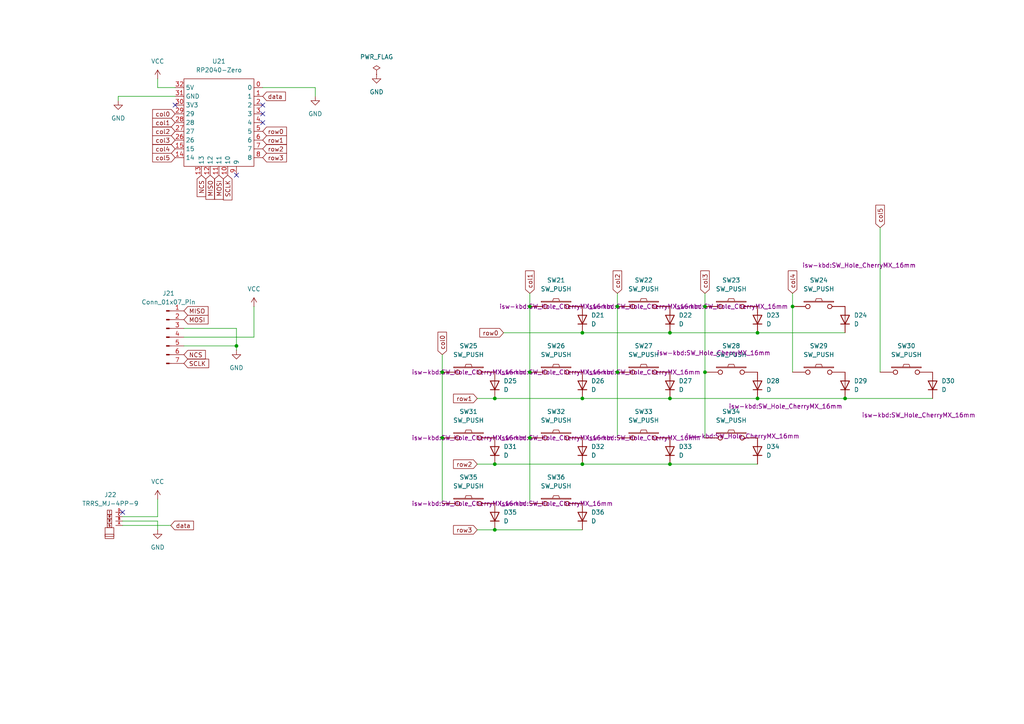
<source format=kicad_sch>
(kicad_sch (version 20250114) (generator "eeschema") (generator_version "9.0")
  (paper "A4")
  (lib_symbols
    (symbol "Connector:Conn_01x07_Pin" (pin_names (offset 1.016) (hide yes))
      (property "Reference" "J" (at 0 10.16 0))
      (property "Value" "Conn_01x07_Pin" (at 0 -10.16 0))
      (symbol "Conn_01x07_Pin_1_1"
        (rectangle (start 0.8636 7.747) (end 0 7.493) (stroke (width 0.1524)) (fill (type outline)))
        (rectangle (start 0.8636 5.207) (end 0 4.953) (stroke (width 0.1524)) (fill (type outline)))
        (rectangle (start 0.8636 2.667) (end 0 2.413) (stroke (width 0.1524)) (fill (type outline)))
        (rectangle (start 0.8636 0.127) (end 0 -0.127) (stroke (width 0.1524)) (fill (type outline)))
        (rectangle (start 0.8636 -2.413) (end 0 -2.667) (stroke (width 0.1524)) (fill (type outline)))
        (rectangle (start 0.8636 -4.953) (end 0 -5.207) (stroke (width 0.1524)) (fill (type outline)))
        (rectangle (start 0.8636 -7.493) (end 0 -7.747) (stroke (width 0.1524)) (fill (type outline)))
        (polyline (pts (xy 1.27 7.62) (xy 0.8636 7.62)) (stroke (width 0.1524)))
        (polyline (pts (xy 1.27 5.08) (xy 0.8636 5.08)) (stroke (width 0.1524)))
        (polyline (pts (xy 1.27 2.54) (xy 0.8636 2.54)) (stroke (width 0.1524)))
        (polyline (pts (xy 1.27 0) (xy 0.8636 0)) (stroke (width 0.1524)))
        (polyline (pts (xy 1.27 -2.54) (xy 0.8636 -2.54)) (stroke (width 0.1524)))
        (polyline (pts (xy 1.27 -5.08) (xy 0.8636 -5.08)) (stroke (width 0.1524)))
        (polyline (pts (xy 1.27 -7.62) (xy 0.8636 -7.62)) (stroke (width 0.1524)))
        (pin passive line (at 5.08 7.62 180) (length 3.81) (name "Pin_1") (number "1"))
        (pin passive line (at 5.08 5.08 180) (length 3.81) (name "Pin_2") (number "2"))
        (pin passive line (at 5.08 2.54 180) (length 3.81) (name "Pin_3") (number "3"))
        (pin passive line (at 5.08 0 180) (length 3.81) (name "Pin_4") (number "4"))
        (pin passive line (at 5.08 -2.54 180) (length 3.81) (name "Pin_5") (number "5"))
        (pin passive line (at 5.08 -5.08 180) (length 3.81) (name "Pin_6") (number "6"))
        (pin passive line (at 5.08 -7.62 180) (length 3.81) (name "Pin_7") (number "7"))
      )
    )
    (symbol "Device:D" (pin_numbers (hide yes)) (pin_names (offset 1.016) (hide yes))
      (property "Reference" "D" (at 0 2.54 0))
      (property "Value" "D" (at 0 -2.54 0))
      (symbol "D_0_1"
        (polyline (pts (xy -1.27 1.27) (xy -1.27 -1.27)) (stroke (width 0.254)))
        (polyline (pts (xy 1.27 1.27) (xy 1.27 -1.27) (xy -1.27 0) (xy 1.27 1.27)) (stroke (width 0.254)))
        (polyline (pts (xy 1.27 0) (xy -1.27 0)))
      )
      (symbol "D_1_1"
        (pin passive line (at -3.81 0 0) (length 2.54) (name "K") (number "1"))
        (pin passive line (at 3.81 0 180) (length 2.54) (name "A") (number "2"))
      )
    )
    (symbol "Salicylic_kbd:TRRS_MJ-4PP-9" (pin_names (offset 1.016))
      (property "Reference" "J" (at 0 5.08 0))
      (property "Value" "TRRS_MJ-4PP-9" (at 0 -6.985 0))
      (symbol "TRRS_MJ-4PP-9_0_0"
        (text "T" (at 0 2.54 0) (effects (font (size 0.6096 0.6096))))
        (text "R" (at 0 1.27 0) (effects (font (size 0.6096 0.6096))))
        (text "R" (at 0 0 0) (effects (font (size 0.6096 0.6096))))
        (text "S" (at 0 -1.27 0) (effects (font (size 0.6096 0.6096))))
      )
      (symbol "TRRS_MJ-4PP-9_0_1"
        (rectangle (start -1.27 -1.905) (end 1.27 -5.08))
        (rectangle (start -1.27 -3.81) (end 1.27 -4.445))
        (rectangle (start -0.635 3.175) (end 0.635 1.905))
        (rectangle (start -0.635 1.905) (end 0.635 0.635))
        (rectangle (start -0.635 0.635) (end 0.635 -0.635))
        (rectangle (start -0.635 -0.635) (end 0.635 -1.905))
      )
      (symbol "TRRS_MJ-4PP-9_1_1"
        (pin input line (at 3.81 2.54 180) (length 2.0066) (name "~") (number "D"))
        (pin input line (at 3.81 1.27 180) (length 2.0066) (name "~") (number "C"))
        (pin input line (at 3.81 0 180) (length 2.0066) (name "~") (number "B"))
        (pin input line (at 3.81 -1.27 180) (length 2.0066) (name "~") (number "A"))
      )
    )
    (symbol "isw-mcu:RP2040-Zero"
      (property "Reference" "U" (at 0 17.78 0))
      (property "Value" "RP2040-Zero" (at 0 15.24 0))
      (symbol "RP2040-Zero_0_1"
        (rectangle (start -10.16 12.7) (end 10.16 -12.7))
      )
      (symbol "RP2040-Zero_1_1"
        (pin power_out line (at -12.7 10.16 0) (length 2.54) (name "5V") (number "32"))
        (pin power_in line (at -12.7 7.62 0) (length 2.54) (name "GND") (number "31"))
        (pin power_out line (at -12.7 5.08 0) (length 2.54) (name "3V3") (number "30"))
        (pin bidirectional line (at -12.7 2.54 0) (length 2.54) (name "29") (number "29"))
        (pin bidirectional line (at -12.7 0 0) (length 2.54) (name "28") (number "28"))
        (pin bidirectional line (at -12.7 -2.54 0) (length 2.54) (name "27") (number "27"))
        (pin bidirectional line (at -12.7 -5.08 0) (length 2.54) (name "26") (number "26"))
        (pin bidirectional line (at -12.7 -7.62 0) (length 2.54) (name "15") (number "15"))
        (pin bidirectional line (at -12.7 -10.16 0) (length 2.54) (name "14") (number "14"))
        (pin bidirectional line (at -5.08 -15.24 90) (length 2.54) (name "13") (number "13"))
        (pin bidirectional line (at -2.54 -15.24 90) (length 2.54) (name "12") (number "12"))
        (pin bidirectional line (at 0 -15.24 90) (length 2.54) (name "11") (number "11"))
        (pin bidirectional line (at 2.54 -15.24 90) (length 2.54) (name "10") (number "10"))
        (pin bidirectional line (at 5.08 -15.24 90) (length 2.54) (name "9") (number "9"))
        (pin tri_state line (at 12.7 10.16 180) (length 2.54) (name "0") (number "0"))
        (pin bidirectional line (at 12.7 7.62 180) (length 2.54) (name "1") (number "1"))
        (pin bidirectional line (at 12.7 5.08 180) (length 2.54) (name "2") (number "2"))
        (pin bidirectional line (at 12.7 2.54 180) (length 2.54) (name "3") (number "3"))
        (pin bidirectional line (at 12.7 0 180) (length 2.54) (name "4") (number "4"))
        (pin bidirectional line (at 12.7 -2.54 180) (length 2.54) (name "5") (number "5"))
        (pin bidirectional line (at 12.7 -5.08 180) (length 2.54) (name "6") (number "6"))
        (pin bidirectional line (at 12.7 -7.62 180) (length 2.54) (name "7") (number "7"))
        (pin bidirectional line (at 12.7 -10.16 180) (length 2.54) (name "8") (number "8"))
      )
    )
    (symbol "kbd:SW_PUSH" (pin_numbers (hide yes)) (pin_names (offset 1.016) (hide yes))
      (property "Reference" "SW" (at 3.81 2.794 0))
      (property "Value" "SW_PUSH" (at 0 -2.032 0))
      (symbol "SW_PUSH_0_1"
        (rectangle (start -4.318 1.27) (end 4.318 1.524))
        (polyline (pts (xy -1.016 1.524) (xy -0.762 2.286) (xy 0.762 2.286) (xy 1.016 1.524)))
        (pin passive inverted (at -7.62 0 0) (length 5.08) (name "1") (number "1"))
        (pin passive inverted (at 7.62 0 180) (length 5.08) (name "2") (number "2"))
      )
    )
    (symbol "power:GND" (power) (pin_numbers (hide yes)) (pin_names (offset 0) (hide yes))
      (property "Value" "GND" (at 0 -3.81 0))
      (symbol "GND_0_1"
        (polyline (pts (xy 0 0) (xy 0 -1.27) (xy 1.27 -1.27) (xy 0 -2.54) (xy -1.27 -1.27) (xy 0 -1.27)))
      )
      (symbol "GND_1_1"
        (pin power_in line (at 0 0 270) (length 0) (name "~") (number "1"))
      )
    )
    (symbol "power:PWR_FLAG" (power) (pin_numbers (hide yes)) (pin_names (offset 0) (hide yes))
      (property "Value" "PWR_FLAG" (at 0 3.81 0))
      (symbol "PWR_FLAG_0_0"
        (pin power_out line (at 0 0 90) (length 0) (name "~") (number "1"))
      )
      (symbol "PWR_FLAG_0_1"
        (polyline (pts (xy 0 0) (xy 0 1.27) (xy -1.016 1.905) (xy 0 2.54) (xy 1.016 1.905) (xy 0 1.27)))
      )
    )
    (symbol "power:VCC" (power) (pin_numbers (hide yes)) (pin_names (offset 0) (hide yes))
      (property "Value" "VCC" (at 0 3.556 0))
      (symbol "VCC_0_1"
        (polyline (pts (xy -0.762 1.27) (xy 0 2.54)))
        (polyline (pts (xy 0 2.54) (xy 0.762 1.27)))
        (polyline (pts (xy 0 0) (xy 0 2.54)))
      )
      (symbol "VCC_1_1"
        (pin power_in line (at 0 0 90) (length 0) (name "~") (number "1"))
      )
    )
  )
  (junction (at 153.67 107.95))
  (junction (at 179.07 107.95))
  (junction (at 143.51 153.67))
  (junction (at 219.71 96.52))
  (junction (at 168.91 96.52))
  (junction (at 153.67 88.9))
  (junction (at 204.47 88.9))
  (junction (at 168.91 134.62))
  (junction (at 194.31 115.57))
  (junction (at 143.51 134.62))
  (junction (at 219.71 115.57))
  (junction (at 128.27 107.95))
  (junction (at 204.47 107.95))
  (junction (at 245.11 115.57))
  (junction (at 143.51 115.57))
  (junction (at 128.27 127))
  (junction (at 153.67 127))
  (junction (at 194.31 134.62))
  (junction (at 179.07 88.9))
  (junction (at 68.58 100.33))
  (junction (at 168.91 115.57))
  (junction (at 229.87 88.9))
  (junction (at 194.31 96.52))
  (no_connect (at 76.2 33.02))
  (no_connect (at 50.8 30.48))
  (no_connect (at 76.2 35.56))
  (no_connect (at 76.2 30.48))
  (no_connect (at 68.58 50.8))
  (no_connect (at 35.56 148.59))
  (wire (pts (xy 194.31 115.57) (xy 219.71 115.57)))
  (wire (pts (xy 45.72 151.13) (xy 45.72 153.67)))
  (wire (pts (xy 50.8 25.4) (xy 45.72 25.4)))
  (wire (pts (xy 91.44 25.4) (xy 91.44 27.94)))
  (wire (pts (xy 45.72 149.86) (xy 45.72 144.78)))
  (wire (pts (xy 53.34 95.25) (xy 68.58 95.25)))
  (wire (pts (xy 179.07 88.9) (xy 179.07 107.95)))
  (wire (pts (xy 128.27 107.95) (xy 128.27 127)))
  (wire (pts (xy 219.71 115.57) (xy 245.11 115.57)))
  (wire (pts (xy 146.05 96.52) (xy 168.91 96.52)))
  (wire (pts (xy 194.31 134.62) (xy 219.71 134.62)))
  (wire (pts (xy 128.27 127) (xy 128.27 146.05)))
  (wire (pts (xy 35.56 149.86) (xy 45.72 149.86)))
  (wire (pts (xy 229.87 85.09) (xy 229.87 88.9)))
  (wire (pts (xy 138.43 115.57) (xy 143.51 115.57)))
  (wire (pts (xy 53.34 100.33) (xy 68.58 100.33)))
  (wire (pts (xy 143.51 134.62) (xy 168.91 134.62)))
  (wire (pts (xy 179.07 107.95) (xy 179.07 127)))
  (wire (pts (xy 128.27 102.87) (xy 128.27 107.95)))
  (wire (pts (xy 204.47 88.9) (xy 204.47 107.95)))
  (wire (pts (xy 35.56 152.4) (xy 49.53 152.4)))
  (wire (pts (xy 35.56 151.13) (xy 45.72 151.13)))
  (wire (pts (xy 168.91 134.62) (xy 194.31 134.62)))
  (wire (pts (xy 179.07 85.09) (xy 179.07 88.9)))
  (wire (pts (xy 168.91 115.57) (xy 194.31 115.57)))
  (wire (pts (xy 143.51 153.67) (xy 168.91 153.67)))
  (wire (pts (xy 45.72 25.4) (xy 45.72 22.86)))
  (wire (pts (xy 168.91 96.52) (xy 194.31 96.52)))
  (wire (pts (xy 204.47 107.95) (xy 204.47 127)))
  (wire (pts (xy 219.71 96.52) (xy 245.11 96.52)))
  (wire (pts (xy 204.47 85.09) (xy 204.47 88.9)))
  (wire (pts (xy 68.58 95.25) (xy 68.58 100.33)))
  (wire (pts (xy 153.67 107.95) (xy 153.67 127)))
  (wire (pts (xy 138.43 134.62) (xy 143.51 134.62)))
  (wire (pts (xy 229.87 88.9) (xy 229.87 107.95)))
  (wire (pts (xy 153.67 127) (xy 153.67 146.05)))
  (wire (pts (xy 53.34 97.79) (xy 73.66 97.79)))
  (wire (pts (xy 68.58 100.33) (xy 68.58 101.6)))
  (wire (pts (xy 34.29 27.94) (xy 50.8 27.94)))
  (wire (pts (xy 76.2 25.4) (xy 91.44 25.4)))
  (wire (pts (xy 153.67 85.09) (xy 153.67 88.9)))
  (wire (pts (xy 138.43 153.67) (xy 143.51 153.67)))
  (wire (pts (xy 143.51 115.57) (xy 168.91 115.57)))
  (wire (pts (xy 73.66 97.79) (xy 73.66 88.9)))
  (wire (pts (xy 255.27 66.04) (xy 255.27 107.95)))
  (wire (pts (xy 34.29 27.94) (xy 34.29 29.21)))
  (wire (pts (xy 194.31 96.52) (xy 219.71 96.52)))
  (wire (pts (xy 245.11 115.57) (xy 270.51 115.57)))
  (wire (pts (xy 153.67 88.9) (xy 153.67 107.95)))
  (global_label "col0" (shape input) (at 128.27 102.87 90) (property "Intersheetrefs" "${INTERSHEET_REFS}" (effects (hide yes))))
  (global_label "data" (shape input) (at 49.53 152.4 0) (property "Intersheetrefs" "${INTERSHEET_REFS}" (effects (hide yes))))
  (global_label "col5" (shape input) (at 255.27 66.04 90) (property "Intersheetrefs" "${INTERSHEET_REFS}" (effects (hide yes))))
  (global_label "col3" (shape input) (at 50.8 40.64 180) (property "Intersheetrefs" "${INTERSHEET_REFS}" (effects (hide yes))))
  (global_label "col1" (shape input) (at 153.67 85.09 90) (property "Intersheetrefs" "${INTERSHEET_REFS}" (effects (hide yes))))
  (global_label "col3" (shape input) (at 204.47 85.09 90) (property "Intersheetrefs" "${INTERSHEET_REFS}" (effects (hide yes))))
  (global_label "col0" (shape input) (at 50.8 33.02 180) (property "Intersheetrefs" "${INTERSHEET_REFS}" (effects (hide yes))))
  (global_label "MOSI" (shape input) (at 53.34 92.71 0) (property "Intersheetrefs" "${INTERSHEET_REFS}" (effects (hide yes))))
  (global_label "row2" (shape input) (at 76.2 43.18 0) (property "Intersheetrefs" "${INTERSHEET_REFS}" (effects (hide yes))))
  (global_label "col5" (shape input) (at 50.8 45.72 180) (property "Intersheetrefs" "${INTERSHEET_REFS}" (effects (hide yes))))
  (global_label "row0" (shape input) (at 146.05 96.52 180) (property "Intersheetrefs" "${INTERSHEET_REFS}" (effects (hide yes))))
  (global_label "MISO" (shape input) (at 53.34 90.17 0) (property "Intersheetrefs" "${INTERSHEET_REFS}" (effects (hide yes))))
  (global_label "col4" (shape input) (at 229.87 85.09 90) (property "Intersheetrefs" "${INTERSHEET_REFS}" (effects (hide yes))))
  (global_label "NCS" (shape input) (at 58.42 50.8 270) (property "Intersheetrefs" "${INTERSHEET_REFS}" (effects (hide yes))))
  (global_label "row1" (shape input) (at 138.43 115.57 180) (property "Intersheetrefs" "${INTERSHEET_REFS}" (effects (hide yes))))
  (global_label "row0" (shape input) (at 76.2 38.1 0) (property "Intersheetrefs" "${INTERSHEET_REFS}" (effects (hide yes))))
  (global_label "NCS" (shape input) (at 53.34 102.87 0) (property "Intersheetrefs" "${INTERSHEET_REFS}" (effects (hide yes))))
  (global_label "row2" (shape input) (at 138.43 134.62 180) (property "Intersheetrefs" "${INTERSHEET_REFS}" (effects (hide yes))))
  (global_label "MISO" (shape input) (at 60.96 50.8 270) (property "Intersheetrefs" "${INTERSHEET_REFS}" (effects (hide yes))))
  (global_label "col4" (shape input) (at 50.8 43.18 180) (property "Intersheetrefs" "${INTERSHEET_REFS}" (effects (hide yes))))
  (global_label "SCLK" (shape input) (at 66.04 50.8 270) (property "Intersheetrefs" "${INTERSHEET_REFS}" (effects (hide yes))))
  (global_label "row1" (shape input) (at 76.2 40.64 0) (property "Intersheetrefs" "${INTERSHEET_REFS}" (effects (hide yes))))
  (global_label "row3" (shape input) (at 138.43 153.67 180) (property "Intersheetrefs" "${INTERSHEET_REFS}" (effects (hide yes))))
  (global_label "MOSI" (shape input) (at 63.5 50.8 270) (property "Intersheetrefs" "${INTERSHEET_REFS}" (effects (hide yes))))
  (global_label "col2" (shape input) (at 50.8 38.1 180) (property "Intersheetrefs" "${INTERSHEET_REFS}" (effects (hide yes))))
  (global_label "col2" (shape input) (at 179.07 85.09 90) (property "Intersheetrefs" "${INTERSHEET_REFS}" (effects (hide yes))))
  (global_label "data" (shape input) (at 76.2 27.94 0) (property "Intersheetrefs" "${INTERSHEET_REFS}" (effects (hide yes))))
  (global_label "row3" (shape input) (at 76.2 45.72 0) (property "Intersheetrefs" "${INTERSHEET_REFS}" (effects (hide yes))))
  (global_label "col1" (shape input) (at 50.8 35.56 180) (property "Intersheetrefs" "${INTERSHEET_REFS}" (effects (hide yes))))
  (global_label "SCLK" (shape input) (at 53.34 105.41 0) (property "Intersheetrefs" "${INTERSHEET_REFS}" (effects (hide yes))))
  (symbol (lib_id "power:PWR_FLAG") (at 109.22 21.59 0) (unit 1)
    (property "Reference" "#FLG021" (effects (hide yes)))
    (property "Value" "PWR_FLAG" (at 109.22 16.51 0))
    (property "Description" "Special symbol for telling ERC where power comes from" (effects (hide yes)))
  )
  (symbol (lib_id "Device:D") (at 245.11 111.76 90) (unit 1)
    (property "Reference" "D29" (at 247.65 110.4899 90) (effects (justify right)))
    (property "Value" "D" (at 247.65 113.0299 90) (effects (justify right)))
    (property "Description" "Diode" (effects (hide yes)))
    (property "Sim.Device" "D" (effects (hide yes)))
    (property "Sim.Pins" "1=K 2=A" (effects (hide yes)))
  )
  (symbol (lib_id "power:GND") (at 68.58 101.6 0) (unit 1)
    (property "Reference" "#PWR026" (effects (hide yes)))
    (property "Value" "GND" (at 68.58 106.68 0))
    (property "Description" "Power symbol creates a global label with name \"GND\" , ground" (effects (hide yes)))
  )
  (symbol (lib_id "power:GND") (at 45.72 153.67 0) (unit 1)
    (property "Reference" "#PWR028" (effects (hide yes)))
    (property "Value" "GND" (at 45.72 158.75 0))
    (property "Description" "Power symbol creates a global label with name \"GND\" , ground" (effects (hide yes)))
  )
  (symbol (lib_id "power:VCC") (at 73.66 88.9 0) (unit 1)
    (property "Reference" "#PWR025" (effects (hide yes)))
    (property "Value" "VCC" (at 73.66 83.82 0))
    (property "Description" "Power symbol creates a global label with name \"VCC\"" (effects (hide yes)))
  )
  (symbol (lib_id "power:VCC") (at 45.72 144.78 0) (unit 1)
    (property "Reference" "#PWR027" (effects (hide yes)))
    (property "Value" "VCC" (at 45.72 139.7 0))
    (property "Description" "Power symbol creates a global label with name \"VCC\"" (effects (hide yes)))
  )
  (symbol (lib_id "Device:D") (at 194.31 130.81 90) (unit 1)
    (property "Reference" "D33" (at 196.85 129.5399 90) (effects (justify right)))
    (property "Value" "D" (at 196.85 132.0799 90) (effects (justify right)))
    (property "Description" "Diode" (effects (hide yes)))
    (property "Sim.Device" "D" (effects (hide yes)))
    (property "Sim.Pins" "1=K 2=A" (effects (hide yes)))
  )
  (symbol (lib_id "kbd:SW_PUSH") (at 161.29 146.05 0) (unit 1)
    (property "Reference" "SW36" (at 161.29 138.43 0))
    (property "Value" "SW_PUSH" (at 161.29 140.97 0))
    (property "Footprint" "isw-kbd:SW_Hole_CherryMX_16mm" (at 161.29 146.05 0))
  )
  (symbol (lib_id "Device:D") (at 143.51 130.81 90) (unit 1)
    (property "Reference" "D31" (at 146.05 129.5399 90) (effects (justify right)))
    (property "Value" "D" (at 146.05 132.0799 90) (effects (justify right)))
    (property "Description" "Diode" (effects (hide yes)))
    (property "Sim.Device" "D" (effects (hide yes)))
    (property "Sim.Pins" "1=K 2=A" (effects (hide yes)))
  )
  (symbol (lib_id "Device:D") (at 194.31 92.71 90) (unit 1)
    (property "Reference" "D22" (at 196.85 91.4399 90) (effects (justify right)))
    (property "Value" "D" (at 196.85 93.9799 90) (effects (justify right)))
    (property "Description" "Diode" (effects (hide yes)))
    (property "Sim.Device" "D" (effects (hide yes)))
    (property "Sim.Pins" "1=K 2=A" (effects (hide yes)))
  )
  (symbol (lib_id "Device:D") (at 168.91 92.71 90) (unit 1)
    (property "Reference" "D21" (at 171.45 91.4399 90) (effects (justify right)))
    (property "Value" "D" (at 171.45 93.9799 90) (effects (justify right)))
    (property "Description" "Diode" (effects (hide yes)))
    (property "Sim.Device" "D" (effects (hide yes)))
    (property "Sim.Pins" "1=K 2=A" (effects (hide yes)))
  )
  (symbol (lib_id "Device:D") (at 219.71 111.76 90) (unit 1)
    (property "Reference" "D28" (at 222.25 110.4899 90) (effects (justify right)))
    (property "Value" "D" (at 222.25 113.0299 90) (effects (justify right)))
    (property "Description" "Diode" (effects (hide yes)))
    (property "Sim.Device" "D" (effects (hide yes)))
    (property "Sim.Pins" "1=K 2=A" (effects (hide yes)))
  )
  (symbol (lib_id "kbd:SW_PUSH") (at 212.09 88.9 0) (unit 1)
    (property "Reference" "SW23" (at 212.09 81.28 0))
    (property "Value" "SW_PUSH" (at 212.09 83.82 0))
    (property "Footprint" "isw-kbd:SW_Hole_CherryMX_16mm" (at 212.09 88.9 0))
  )
  (symbol (lib_id "Connector:Conn_01x07_Pin") (at 48.26 97.79 0) (unit 1)
    (property "Reference" "J21" (at 48.895 85.09 0))
    (property "Value" "Conn_01x07_Pin" (at 48.895 87.63 0))
    (property "Footprint" "kbd:Mac8_L_7pin_contact_NEW2023" (effects (hide yes)))
    (property "Description" "Generic connector, single row, 01x07, script generated" (effects (hide yes)))
  )
  (symbol (lib_id "kbd:SW_PUSH") (at 262.89 107.95 0) (unit 1)
    (property "Reference" "SW30" (at 262.89 100.33 0))
    (property "Value" "SW_PUSH" (at 262.89 102.87 0))
    (property "Footprint" "isw-kbd:SW_Hole_CherryMX_16mm" (at 266.446 120.396 0))
  )
  (symbol (lib_id "isw-mcu:RP2040-Zero") (at 63.5 35.56 0) (unit 1)
    (property "Reference" "U21" (at 63.5 17.78 0))
    (property "Value" "RP2040-Zero" (at 63.5 20.32 0))
    (property "Footprint" "isw-kbd:RP2040-Zero" (effects (hide yes)))
  )
  (symbol (lib_id "power:VCC") (at 45.72 22.86 0) (unit 1)
    (property "Reference" "#PWR022" (effects (hide yes)))
    (property "Value" "VCC" (at 45.72 17.78 0))
    (property "Description" "Power symbol creates a global label with name \"VCC\"" (effects (hide yes)))
  )
  (symbol (lib_id "Device:D") (at 143.51 149.86 90) (unit 1)
    (property "Reference" "D35" (at 146.05 148.5899 90) (effects (justify right)))
    (property "Value" "D" (at 146.05 151.1299 90) (effects (justify right)))
    (property "Description" "Diode" (effects (hide yes)))
    (property "Sim.Device" "D" (effects (hide yes)))
    (property "Sim.Pins" "1=K 2=A" (effects (hide yes)))
  )
  (symbol (lib_id "Device:D") (at 245.11 92.71 90) (unit 1)
    (property "Reference" "D24" (at 247.65 91.4399 90) (effects (justify right)))
    (property "Value" "D" (at 247.65 93.9799 90) (effects (justify right)))
    (property "Description" "Diode" (effects (hide yes)))
    (property "Sim.Device" "D" (effects (hide yes)))
    (property "Sim.Pins" "1=K 2=A" (effects (hide yes)))
  )
  (symbol (lib_id "kbd:SW_PUSH") (at 212.09 107.95 0) (unit 1)
    (property "Reference" "SW28" (at 212.09 100.33 0))
    (property "Value" "SW_PUSH" (at 212.09 102.87 0))
    (property "Footprint" "isw-kbd:SW_Hole_CherryMX_16mm" (at 207.01 102.362 0))
  )
  (symbol (lib_id "Salicylic_kbd:TRRS_MJ-4PP-9") (at 31.75 151.13 0) (unit 1)
    (property "Reference" "J22" (at 32.0167 143.51 0))
    (property "Value" "TRRS_MJ-4PP-9" (at 32.0167 146.05 0))
    (property "Footprint" "kbd:MJ-4PP-9" (effects (hide yes)))
  )
  (symbol (lib_id "Device:D") (at 168.91 111.76 90) (unit 1)
    (property "Reference" "D26" (at 171.45 110.4899 90) (effects (justify right)))
    (property "Value" "D" (at 171.45 113.0299 90) (effects (justify right)))
    (property "Description" "Diode" (effects (hide yes)))
    (property "Sim.Device" "D" (effects (hide yes)))
    (property "Sim.Pins" "1=K 2=A" (effects (hide yes)))
  )
  (symbol (lib_id "kbd:SW_PUSH") (at 212.09 127 0) (unit 1)
    (property "Reference" "SW34" (at 212.09 119.38 0))
    (property "Value" "SW_PUSH" (at 212.09 121.92 0))
    (property "Footprint" "isw-kbd:SW_Hole_CherryMX_16mm" (at 215.392 126.492 0))
  )
  (symbol (lib_id "kbd:SW_PUSH") (at 161.29 107.95 0) (unit 1)
    (property "Reference" "SW26" (at 161.29 100.33 0))
    (property "Value" "SW_PUSH" (at 161.29 102.87 0))
    (property "Footprint" "isw-kbd:SW_Hole_CherryMX_16mm" (at 161.29 107.95 0))
  )
  (symbol (lib_id "kbd:SW_PUSH") (at 237.49 107.95 0) (unit 1)
    (property "Reference" "SW29" (at 237.49 100.33 0))
    (property "Value" "SW_PUSH" (at 237.49 102.87 0))
    (property "Footprint" "isw-kbd:SW_Hole_CherryMX_16mm" (at 227.838 117.856 0))
  )
  (symbol (lib_id "kbd:SW_PUSH") (at 135.89 146.05 0) (unit 1)
    (property "Reference" "SW35" (at 135.89 138.43 0))
    (property "Value" "SW_PUSH" (at 135.89 140.97 0))
    (property "Footprint" "isw-kbd:SW_Hole_CherryMX_16mm" (at 135.89 146.05 0))
  )
  (symbol (lib_id "kbd:SW_PUSH") (at 135.89 127 0) (unit 1)
    (property "Reference" "SW31" (at 135.89 119.38 0))
    (property "Value" "SW_PUSH" (at 135.89 121.92 0))
    (property "Footprint" "isw-kbd:SW_Hole_CherryMX_16mm" (at 135.89 127 0))
  )
  (symbol (lib_id "kbd:SW_PUSH") (at 161.29 88.9 0) (unit 1)
    (property "Reference" "SW21" (at 161.29 81.28 0))
    (property "Value" "SW_PUSH" (at 161.29 83.82 0))
    (property "Footprint" "isw-kbd:SW_Hole_CherryMX_16mm" (at 161.29 88.9 0))
  )
  (symbol (lib_id "Device:D") (at 143.51 111.76 90) (unit 1)
    (property "Reference" "D25" (at 146.05 110.4899 90) (effects (justify right)))
    (property "Value" "D" (at 146.05 113.0299 90) (effects (justify right)))
    (property "Description" "Diode" (effects (hide yes)))
    (property "Sim.Device" "D" (effects (hide yes)))
    (property "Sim.Pins" "1=K 2=A" (effects (hide yes)))
  )
  (symbol (lib_id "Device:D") (at 219.71 130.81 90) (unit 1)
    (property "Reference" "D34" (at 222.25 129.5399 90) (effects (justify right)))
    (property "Value" "D" (at 222.25 132.0799 90) (effects (justify right)))
    (property "Description" "Diode" (effects (hide yes)))
    (property "Sim.Device" "D" (effects (hide yes)))
    (property "Sim.Pins" "1=K 2=A" (effects (hide yes)))
  )
  (symbol (lib_id "kbd:SW_PUSH") (at 237.49 88.9 0) (unit 1)
    (property "Reference" "SW24" (at 237.49 81.28 0))
    (property "Value" "SW_PUSH" (at 237.49 83.82 0))
    (property "Footprint" "isw-kbd:SW_Hole_CherryMX_16mm" (at 249.174 76.962 0))
  )
  (symbol (lib_id "kbd:SW_PUSH") (at 161.29 127 0) (unit 1)
    (property "Reference" "SW32" (at 161.29 119.38 0))
    (property "Value" "SW_PUSH" (at 161.29 121.92 0))
    (property "Footprint" "isw-kbd:SW_Hole_CherryMX_16mm" (at 161.29 127 0))
  )
  (symbol (lib_id "kbd:SW_PUSH") (at 186.69 127 0) (unit 1)
    (property "Reference" "SW33" (at 186.69 119.38 0))
    (property "Value" "SW_PUSH" (at 186.69 121.92 0))
    (property "Footprint" "isw-kbd:SW_Hole_CherryMX_16mm" (at 186.69 127 0))
  )
  (symbol (lib_id "power:GND") (at 109.22 21.59 0) (unit 1)
    (property "Reference" "#PWR021" (effects (hide yes)))
    (property "Value" "GND" (at 109.22 26.67 0))
    (property "Description" "Power symbol creates a global label with name \"GND\" , ground" (effects (hide yes)))
  )
  (symbol (lib_id "Device:D") (at 270.51 111.76 90) (unit 1)
    (property "Reference" "D30" (at 273.05 110.4899 90) (effects (justify right)))
    (property "Value" "D" (at 273.05 113.0299 90) (effects (justify right)))
    (property "Description" "Diode" (effects (hide yes)))
    (property "Sim.Device" "D" (effects (hide yes)))
    (property "Sim.Pins" "1=K 2=A" (effects (hide yes)))
  )
  (symbol (lib_id "power:GND") (at 91.44 27.94 0) (unit 1)
    (property "Reference" "#PWR023" (effects (hide yes)))
    (property "Value" "GND" (at 91.44 33.02 0))
    (property "Description" "Power symbol creates a global label with name \"GND\" , ground" (effects (hide yes)))
  )
  (symbol (lib_id "Device:D") (at 194.31 111.76 90) (unit 1)
    (property "Reference" "D27" (at 196.85 110.4899 90) (effects (justify right)))
    (property "Value" "D" (at 196.85 113.0299 90) (effects (justify right)))
    (property "Description" "Diode" (effects (hide yes)))
    (property "Sim.Device" "D" (effects (hide yes)))
    (property "Sim.Pins" "1=K 2=A" (effects (hide yes)))
  )
  (symbol (lib_id "Device:D") (at 219.71 92.71 90) (unit 1)
    (property "Reference" "D23" (at 222.25 91.4399 90) (effects (justify right)))
    (property "Value" "D" (at 222.25 93.9799 90) (effects (justify right)))
    (property "Description" "Diode" (effects (hide yes)))
    (property "Sim.Device" "D" (effects (hide yes)))
    (property "Sim.Pins" "1=K 2=A" (effects (hide yes)))
  )
  (symbol (lib_id "Device:D") (at 168.91 149.86 90) (unit 1)
    (property "Reference" "D36" (at 171.45 148.5899 90) (effects (justify right)))
    (property "Value" "D" (at 171.45 151.1299 90) (effects (justify right)))
    (property "Description" "Diode" (effects (hide yes)))
    (property "Sim.Device" "D" (effects (hide yes)))
    (property "Sim.Pins" "1=K 2=A" (effects (hide yes)))
  )
  (symbol (lib_id "Device:D") (at 168.91 130.81 90) (unit 1)
    (property "Reference" "D32" (at 171.45 129.5399 90) (effects (justify right)))
    (property "Value" "D" (at 171.45 132.0799 90) (effects (justify right)))
    (property "Description" "Diode" (effects (hide yes)))
    (property "Sim.Device" "D" (effects (hide yes)))
    (property "Sim.Pins" "1=K 2=A" (effects (hide yes)))
  )
  (symbol (lib_id "kbd:SW_PUSH") (at 135.89 107.95 0) (unit 1)
    (property "Reference" "SW25" (at 135.89 100.33 0))
    (property "Value" "SW_PUSH" (at 135.89 102.87 0))
    (property "Footprint" "isw-kbd:SW_Hole_CherryMX_16mm" (at 135.89 107.95 0))
  )
  (symbol (lib_id "power:GND") (at 34.29 29.21 0) (unit 1)
    (property "Reference" "#PWR024" (effects (hide yes)))
    (property "Value" "GND" (at 34.29 34.29 0))
    (property "Description" "Power symbol creates a global label with name \"GND\" , ground" (effects (hide yes)))
  )
  (symbol (lib_id "kbd:SW_PUSH") (at 186.69 107.95 0) (unit 1)
    (property "Reference" "SW27" (at 186.69 100.33 0))
    (property "Value" "SW_PUSH" (at 186.69 102.87 0))
    (property "Footprint" "isw-kbd:SW_Hole_CherryMX_16mm" (at 186.69 107.95 0))
  )
  (symbol (lib_id "kbd:SW_PUSH") (at 186.69 88.9 0) (unit 1)
    (property "Reference" "SW22" (at 186.69 81.28 0))
    (property "Value" "SW_PUSH" (at 186.69 83.82 0))
    (property "Footprint" "isw-kbd:SW_Hole_CherryMX_16mm" (at 186.69 88.9 0))
  )
)
</source>
